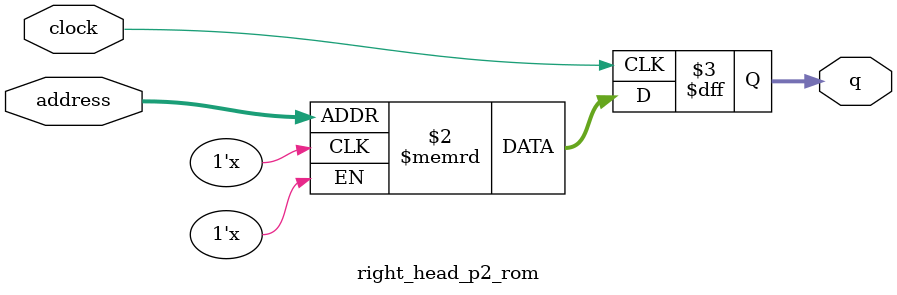
<source format=sv>
module right_head_p2_rom (
	input logic clock,
	input logic [9:0] address,
	output logic [2:0] q
);

logic [2:0] memory [0:575] /* synthesis ram_init_file = "./right_head_p2/right_head_p2.mif" */;

always_ff @ (posedge clock) begin
	q <= memory[address];
end

endmodule

</source>
